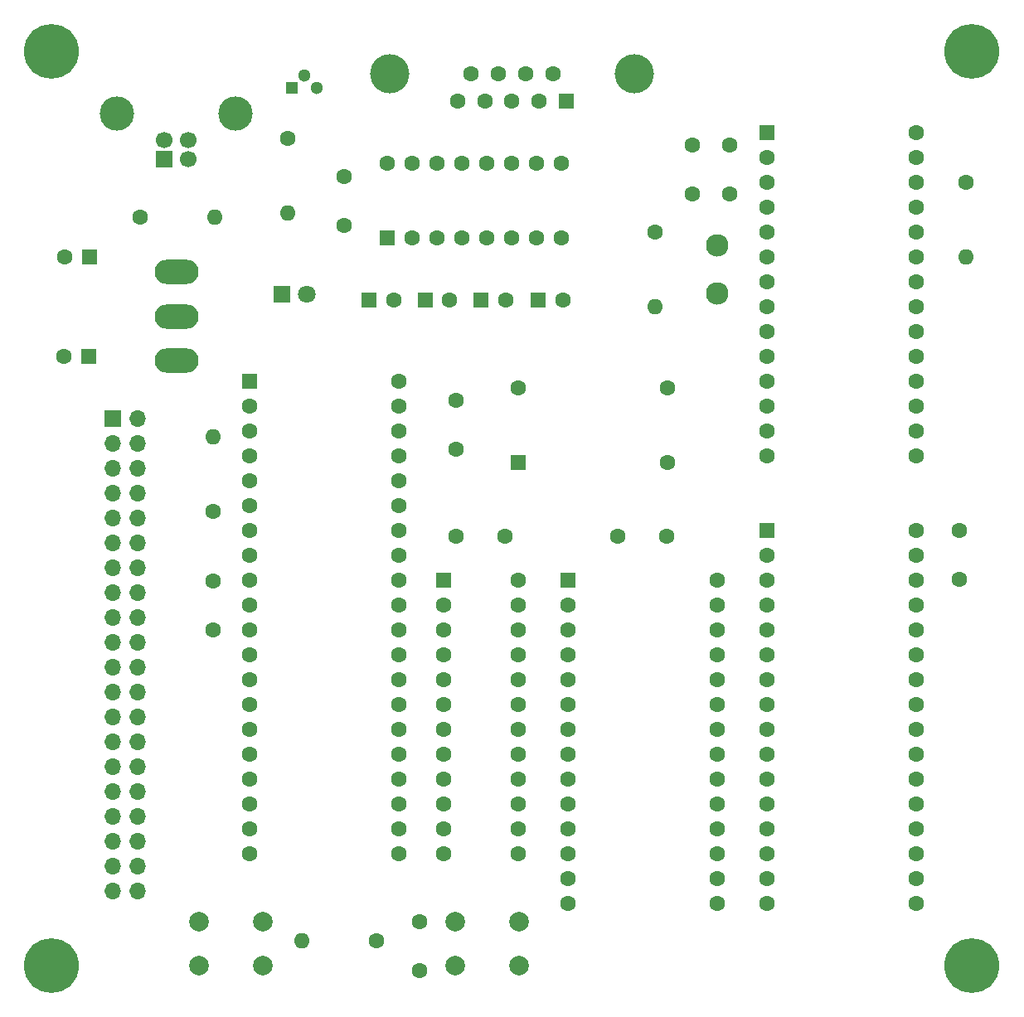
<source format=gbr>
%TF.GenerationSoftware,KiCad,Pcbnew,9.0.1*%
%TF.CreationDate,2025-05-10T17:14:16+02:00*%
%TF.ProjectId,tiny-board,74696e79-2d62-46f6-9172-642e6b696361,3*%
%TF.SameCoordinates,Original*%
%TF.FileFunction,Soldermask,Top*%
%TF.FilePolarity,Negative*%
%FSLAX46Y46*%
G04 Gerber Fmt 4.6, Leading zero omitted, Abs format (unit mm)*
G04 Created by KiCad (PCBNEW 9.0.1) date 2025-05-10 17:14:16*
%MOMM*%
%LPD*%
G01*
G04 APERTURE LIST*
G04 Aperture macros list*
%AMRoundRect*
0 Rectangle with rounded corners*
0 $1 Rounding radius*
0 $2 $3 $4 $5 $6 $7 $8 $9 X,Y pos of 4 corners*
0 Add a 4 corners polygon primitive as box body*
4,1,4,$2,$3,$4,$5,$6,$7,$8,$9,$2,$3,0*
0 Add four circle primitives for the rounded corners*
1,1,$1+$1,$2,$3*
1,1,$1+$1,$4,$5*
1,1,$1+$1,$6,$7*
1,1,$1+$1,$8,$9*
0 Add four rect primitives between the rounded corners*
20,1,$1+$1,$2,$3,$4,$5,0*
20,1,$1+$1,$4,$5,$6,$7,0*
20,1,$1+$1,$6,$7,$8,$9,0*
20,1,$1+$1,$8,$9,$2,$3,0*%
G04 Aperture macros list end*
%ADD10C,1.600000*%
%ADD11O,1.600000X1.600000*%
%ADD12R,1.600000X1.600000*%
%ADD13RoundRect,0.250000X0.550000X-0.550000X0.550000X0.550000X-0.550000X0.550000X-0.550000X-0.550000X0*%
%ADD14C,2.000000*%
%ADD15RoundRect,0.250000X-0.550000X-0.550000X0.550000X-0.550000X0.550000X0.550000X-0.550000X0.550000X0*%
%ADD16R,1.700000X1.700000*%
%ADD17O,1.700000X1.700000*%
%ADD18R,1.300000X1.300000*%
%ADD19C,1.300000*%
%ADD20R,1.800000X1.800000*%
%ADD21C,1.800000*%
%ADD22C,3.600000*%
%ADD23C,5.600000*%
%ADD24C,4.000000*%
%ADD25O,4.500000X2.500000*%
%ADD26C,2.300000*%
%ADD27C,1.700000*%
%ADD28C,3.500000*%
G04 APERTURE END LIST*
D10*
%TO.C,R5*%
X114300000Y-72390000D03*
D11*
X114300000Y-80010000D03*
%TD*%
D12*
%TO.C,C2*%
X56475000Y-85090000D03*
D10*
X53975000Y-85090000D03*
%TD*%
%TO.C,R2*%
X61722000Y-70915000D03*
D11*
X69342000Y-70915000D03*
%TD*%
D12*
%TO.C,C15*%
X85130000Y-79375000D03*
D10*
X87630000Y-79375000D03*
%TD*%
D13*
%TO.C,U7*%
X86995000Y-73025000D03*
D10*
X89535000Y-73025000D03*
X92075000Y-73025000D03*
X94615000Y-73025000D03*
X97155000Y-73025000D03*
X99695000Y-73025000D03*
X102235000Y-73025000D03*
X104775000Y-73025000D03*
X104775000Y-65405000D03*
X102235000Y-65405000D03*
X99695000Y-65405000D03*
X97155000Y-65405000D03*
X94615000Y-65405000D03*
X92075000Y-65405000D03*
X89535000Y-65405000D03*
X86995000Y-65405000D03*
%TD*%
D14*
%TO.C,SW2*%
X74220000Y-147375000D03*
X67720000Y-147375000D03*
X74220000Y-142875000D03*
X67720000Y-142875000D03*
%TD*%
D15*
%TO.C,U2*%
X125730000Y-102870000D03*
D10*
X125730000Y-105410000D03*
X125730000Y-107950000D03*
X125730000Y-110490000D03*
X125730000Y-113030000D03*
X125730000Y-115570000D03*
X125730000Y-118110000D03*
X125730000Y-120650000D03*
X125730000Y-123190000D03*
X125730000Y-125730000D03*
X125730000Y-128270000D03*
X125730000Y-130810000D03*
X125730000Y-133350000D03*
X125730000Y-135890000D03*
X125730000Y-138430000D03*
X125730000Y-140970000D03*
X140970000Y-140970000D03*
X140970000Y-138430000D03*
X140970000Y-135890000D03*
X140970000Y-133350000D03*
X140970000Y-130810000D03*
X140970000Y-128270000D03*
X140970000Y-125730000D03*
X140970000Y-123190000D03*
X140970000Y-120650000D03*
X140970000Y-118110000D03*
X140970000Y-115570000D03*
X140970000Y-113030000D03*
X140970000Y-110490000D03*
X140970000Y-107950000D03*
X140970000Y-105410000D03*
X140970000Y-102870000D03*
%TD*%
%TO.C,R4*%
X85852000Y-144780000D03*
D11*
X78232000Y-144780000D03*
%TD*%
D16*
%TO.C,J3*%
X58928000Y-91440000D03*
D17*
X61468000Y-91440000D03*
X58928000Y-93980000D03*
X61468000Y-93980000D03*
X58928000Y-96520000D03*
X61468000Y-96520000D03*
X58928000Y-99060000D03*
X61468000Y-99060000D03*
X58928000Y-101600000D03*
X61468000Y-101600000D03*
X58928000Y-104140000D03*
X61468000Y-104140000D03*
X58928000Y-106680000D03*
X61468000Y-106680000D03*
X58928000Y-109220000D03*
X61468000Y-109220000D03*
X58928000Y-111760000D03*
X61468000Y-111760000D03*
X58928000Y-114300000D03*
X61468000Y-114300000D03*
X58928000Y-116840000D03*
X61468000Y-116840000D03*
X58928000Y-119380000D03*
X61468000Y-119380000D03*
X58928000Y-121920000D03*
X61468000Y-121920000D03*
X58928000Y-124460000D03*
X61468000Y-124460000D03*
X58928000Y-127000000D03*
X61468000Y-127000000D03*
X58928000Y-129540000D03*
X61468000Y-129540000D03*
X58928000Y-132080000D03*
X61468000Y-132080000D03*
X58928000Y-134620000D03*
X61468000Y-134620000D03*
X58928000Y-137160000D03*
X61468000Y-137160000D03*
X58928000Y-139700000D03*
X61468000Y-139700000D03*
%TD*%
D12*
%TO.C,C4*%
X56555000Y-74930000D03*
D10*
X54055000Y-74930000D03*
%TD*%
%TO.C,C8*%
X115490000Y-103505000D03*
X110490000Y-103505000D03*
%TD*%
D15*
%TO.C,U5*%
X92710000Y-107950000D03*
D10*
X92710000Y-110490000D03*
X92710000Y-113030000D03*
X92710000Y-115570000D03*
X92710000Y-118110000D03*
X92710000Y-120650000D03*
X92710000Y-123190000D03*
X92710000Y-125730000D03*
X92710000Y-128270000D03*
X92710000Y-130810000D03*
X92710000Y-133350000D03*
X92710000Y-135890000D03*
X100330000Y-135890000D03*
X100330000Y-133350000D03*
X100330000Y-130810000D03*
X100330000Y-128270000D03*
X100330000Y-125730000D03*
X100330000Y-123190000D03*
X100330000Y-120650000D03*
X100330000Y-118110000D03*
X100330000Y-115570000D03*
X100330000Y-113030000D03*
X100330000Y-110490000D03*
X100330000Y-107950000D03*
%TD*%
D14*
%TO.C,SW3*%
X93905000Y-142820000D03*
X100405000Y-142820000D03*
X93905000Y-147320000D03*
X100405000Y-147320000D03*
%TD*%
D12*
%TO.C,C14*%
X96560000Y-79375000D03*
D10*
X99060000Y-79375000D03*
%TD*%
D18*
%TO.C,U3*%
X77216000Y-57658000D03*
D19*
X78486000Y-56388000D03*
X79756000Y-57658000D03*
%TD*%
D10*
%TO.C,C6*%
X90245000Y-147820000D03*
X90245000Y-142820000D03*
%TD*%
%TO.C,C10*%
X82550000Y-66715000D03*
X82550000Y-71715000D03*
%TD*%
D20*
%TO.C,D1*%
X76200000Y-78740000D03*
D21*
X78740000Y-78740000D03*
%TD*%
D22*
%TO.C,H4*%
X146685000Y-147320000D03*
D23*
X146685000Y-147320000D03*
%TD*%
D10*
%TO.C,R6*%
X76835000Y-62865000D03*
D11*
X76835000Y-70485000D03*
%TD*%
D24*
%TO.C,J2*%
X112195000Y-56215000D03*
X87195000Y-56215000D03*
D12*
X105235000Y-59055000D03*
D10*
X102465000Y-59055000D03*
X99695000Y-59055000D03*
X96925000Y-59055000D03*
X94155000Y-59055000D03*
X103850000Y-56215000D03*
X101080000Y-56215000D03*
X98310000Y-56215000D03*
X95540000Y-56215000D03*
%TD*%
D22*
%TO.C,H1*%
X52705000Y-53975000D03*
D23*
X52705000Y-53975000D03*
%TD*%
D12*
%TO.C,C12*%
X90845000Y-79375000D03*
D10*
X93345000Y-79375000D03*
%TD*%
D15*
%TO.C,U4*%
X105410000Y-107950000D03*
D10*
X105410000Y-110490000D03*
X105410000Y-113030000D03*
X105410000Y-115570000D03*
X105410000Y-118110000D03*
X105410000Y-120650000D03*
X105410000Y-123190000D03*
X105410000Y-125730000D03*
X105410000Y-128270000D03*
X105410000Y-130810000D03*
X105410000Y-133350000D03*
X105410000Y-135890000D03*
X105410000Y-138430000D03*
X105410000Y-140970000D03*
X120650000Y-140970000D03*
X120650000Y-138430000D03*
X120650000Y-135890000D03*
X120650000Y-133350000D03*
X120650000Y-130810000D03*
X120650000Y-128270000D03*
X120650000Y-125730000D03*
X120650000Y-123190000D03*
X120650000Y-120650000D03*
X120650000Y-118110000D03*
X120650000Y-115570000D03*
X120650000Y-113030000D03*
X120650000Y-110490000D03*
X120650000Y-107950000D03*
%TD*%
D25*
%TO.C,SW1*%
X65417000Y-76520000D03*
X65417000Y-81020000D03*
X65417000Y-85520000D03*
%TD*%
D15*
%TO.C,U1*%
X72898000Y-87630000D03*
D10*
X72898000Y-90170000D03*
X72898000Y-92710000D03*
X72898000Y-95250000D03*
X72898000Y-97790000D03*
X72898000Y-100330000D03*
X72898000Y-102870000D03*
X72898000Y-105410000D03*
X72898000Y-107950000D03*
X72898000Y-110490000D03*
X72898000Y-113030000D03*
X72898000Y-115570000D03*
X72898000Y-118110000D03*
X72898000Y-120650000D03*
X72898000Y-123190000D03*
X72898000Y-125730000D03*
X72898000Y-128270000D03*
X72898000Y-130810000D03*
X72898000Y-133350000D03*
X72898000Y-135890000D03*
X88138000Y-135890000D03*
X88138000Y-133350000D03*
X88138000Y-130810000D03*
X88138000Y-128270000D03*
X88138000Y-125730000D03*
X88138000Y-123190000D03*
X88138000Y-120650000D03*
X88138000Y-118110000D03*
X88138000Y-115570000D03*
X88138000Y-113030000D03*
X88138000Y-110490000D03*
X88138000Y-107950000D03*
X88138000Y-105410000D03*
X88138000Y-102870000D03*
X88138000Y-100330000D03*
X88138000Y-97790000D03*
X88138000Y-95250000D03*
X88138000Y-92710000D03*
X88138000Y-90170000D03*
X88138000Y-87630000D03*
%TD*%
D22*
%TO.C,H3*%
X146685000Y-53975000D03*
D23*
X146685000Y-53975000D03*
%TD*%
D12*
%TO.C,X1*%
X100330000Y-95965000D03*
D10*
X115570000Y-95965000D03*
X115570000Y-88345000D03*
X100330000Y-88345000D03*
%TD*%
D22*
%TO.C,H2*%
X52705000Y-147320000D03*
D23*
X52705000Y-147320000D03*
%TD*%
D10*
%TO.C,C3*%
X93980000Y-89615000D03*
X93980000Y-94615000D03*
%TD*%
D26*
%TO.C,Y1*%
X120650000Y-78650000D03*
X120650000Y-73750000D03*
%TD*%
D10*
%TO.C,C11*%
X118110000Y-63540000D03*
X118110000Y-68540000D03*
%TD*%
%TO.C,C1*%
X69215000Y-108030000D03*
X69215000Y-113030000D03*
%TD*%
%TO.C,R3*%
X69215000Y-100965000D03*
D11*
X69215000Y-93345000D03*
%TD*%
D16*
%TO.C,J1*%
X64155000Y-64997500D03*
D27*
X66655000Y-64997500D03*
X66655000Y-62997500D03*
X64155000Y-62997500D03*
D28*
X59385000Y-60287500D03*
X71425000Y-60287500D03*
%TD*%
D12*
%TO.C,C13*%
X102364774Y-79375000D03*
D10*
X104864774Y-79375000D03*
%TD*%
%TO.C,C5*%
X145415000Y-102910000D03*
X145415000Y-107910000D03*
%TD*%
D15*
%TO.C,U6*%
X125730000Y-62230000D03*
D10*
X125730000Y-64770000D03*
X125730000Y-67310000D03*
X125730000Y-69850000D03*
X125730000Y-72390000D03*
X125730000Y-74930000D03*
X125730000Y-77470000D03*
X125730000Y-80010000D03*
X125730000Y-82550000D03*
X125730000Y-85090000D03*
X125730000Y-87630000D03*
X125730000Y-90170000D03*
X125730000Y-92710000D03*
X125730000Y-95250000D03*
X140970000Y-95250000D03*
X140970000Y-92710000D03*
X140970000Y-90170000D03*
X140970000Y-87630000D03*
X140970000Y-85090000D03*
X140970000Y-82550000D03*
X140970000Y-80010000D03*
X140970000Y-77470000D03*
X140970000Y-74930000D03*
X140970000Y-72390000D03*
X140970000Y-69850000D03*
X140970000Y-67310000D03*
X140970000Y-64770000D03*
X140970000Y-62230000D03*
%TD*%
%TO.C,R1*%
X146050000Y-67310000D03*
D11*
X146050000Y-74930000D03*
%TD*%
D10*
%TO.C,C7*%
X98980000Y-103505000D03*
X93980000Y-103505000D03*
%TD*%
%TO.C,C9*%
X121920000Y-68540000D03*
X121920000Y-63540000D03*
%TD*%
M02*

</source>
